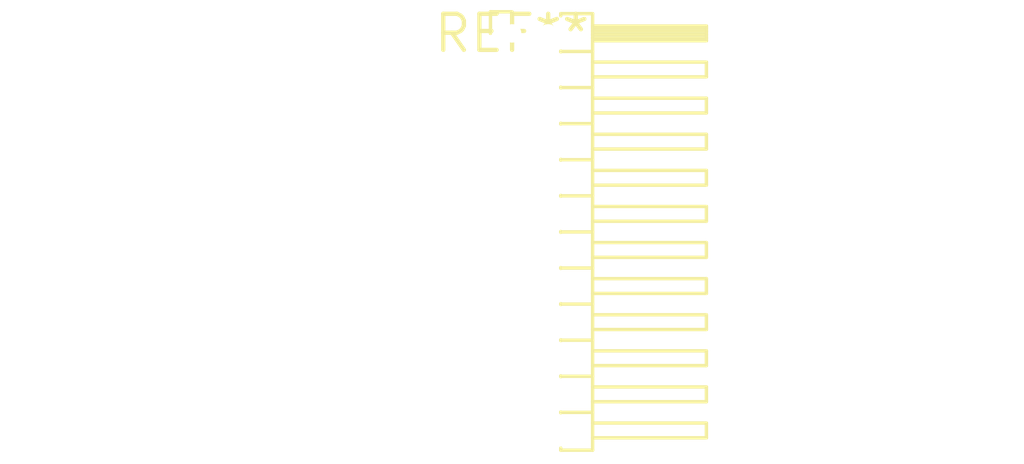
<source format=kicad_pcb>
(kicad_pcb (version 20240108) (generator pcbnew)
  (layers (0 "F.Cu" signal) (31 "B.Cu" signal) (34 "B.Paste" user) (35 "F.Paste" user) (36 "B.SilkS" user "B.Silkscreen") (37 "F.SilkS" user "F.Silkscreen") (38 "B.Mask" user) (39 "F.Mask" user) (44 "Edge.Cuts" user))
  (net 0 "")
  (footprint "PinHeader_2x12_P1.27mm_Horizontal" (layer "F.Cu") (at 0 0)
    (property "Reference" "REF**")
    (property "Value" "PinHeader_2x12_P1.27mm_Horizontal")
    (fp_line (start -0.76 -0.76) (end 0 -0.76) (layer "F.SilkS") (stroke (width 0.12)))
    (fp_line (start -0.76 0) (end -0.76 -0.76) (layer "F.SilkS") (stroke (width 0.12)))
    (fp_line (start 1.71 -0.695) (end 2.83 -0.695) (layer "F.SilkS") (stroke (width 0.12)))
    (fp_line (start 1.71 -0.619677) (end 1.71 -0.695) (layer "F.SilkS") (stroke (width 0.12)))
    (fp_line (start 1.71 0.619677) (end 1.71 0.650323) (layer "F.SilkS") (stroke (width 0.12)))
    (fp_line (start 1.71 0.635) (end 2.83 0.635) (layer "F.SilkS") (stroke (width 0.12)))
    (fp_line (start 1.71 1.889677) (end 1.71 1.920323) (layer "F.SilkS") (stroke (width 0.12)))
    (fp_line (start 1.71 1.905) (end 2.83 1.905) (layer "F.SilkS") (stroke (width 0.12)))
    (fp_line (start 1.71 3.159677) (end 1.71 3.190323) (layer "F.SilkS") (stroke (width 0.12)))
    (fp_line (start 1.71 3.175) (end 2.83 3.175) (layer "F.SilkS") (stroke (width 0.12)))
    (fp_line (start 1.71 4.429677) (end 1.71 4.460323) (layer "F.SilkS") (stroke (width 0.12)))
    (fp_line (start 1.71 4.445) (end 2.83 4.445) (layer "F.SilkS") (stroke (width 0.12)))
    (fp_line (start 1.71 5.699677) (end 1.71 5.730323) (layer "F.SilkS") (stroke (width 0.12)))
    (fp_line (start 1.71 5.715) (end 2.83 5.715) (layer "F.SilkS") (stroke (width 0.12)))
    (fp_line (start 1.71 6.969677) (end 1.71 7.000323) (layer "F.SilkS") (stroke (width 0.12)))
    (fp_line (start 1.71 6.985) (end 2.83 6.985) (layer "F.SilkS") (stroke (width 0.12)))
    (fp_line (start 1.71 8.239677) (end 1.71 8.270323) (layer "F.SilkS") (stroke (width 0.12)))
    (fp_line (start 1.71 8.255) (end 2.83 8.255) (layer "F.SilkS") (stroke (width 0.12)))
    (fp_line (start 1.71 9.509677) (end 1.71 9.540323) (layer "F.SilkS") (stroke (width 0.12)))
    (fp_line (start 1.71 9.525) (end 2.83 9.525) (layer "F.SilkS") (stroke (width 0.12)))
    (fp_line (start 1.71 10.779677) (end 1.71 10.810323) (layer "F.SilkS") (stroke (width 0.12)))
    (fp_line (start 1.71 10.795) (end 2.83 10.795) (layer "F.SilkS") (stroke (width 0.12)))
    (fp_line (start 1.71 12.049677) (end 1.71 12.080323) (layer "F.SilkS") (stroke (width 0.12)))
    (fp_line (start 1.71 12.065) (end 2.83 12.065) (layer "F.SilkS") (stroke (width 0.12)))
    (fp_line (start 1.71 13.319677) (end 1.71 13.350323) (layer "F.SilkS") (stroke (width 0.12)))
    (fp_line (start 1.71 13.335) (end 2.83 13.335) (layer "F.SilkS") (stroke (width 0.12)))
    (fp_line (start 1.71 14.665) (end 1.71 14.589677) (layer "F.SilkS") (stroke (width 0.12)))
    (fp_line (start 2.83 -0.695) (end 2.83 14.665) (layer "F.SilkS") (stroke (width 0.12)))
    (fp_line (start 2.83 -0.26) (end 6.83 -0.26) (layer "F.SilkS") (stroke (width 0.12)))
    (fp_line (start 2.83 -0.2) (end 6.83 -0.2) (layer "F.SilkS") (stroke (width 0.12)))
    (fp_line (start 2.83 -0.08) (end 6.83 -0.08) (layer "F.SilkS") (stroke (width 0.12)))
    (fp_line (start 2.83 0.04) (end 6.83 0.04) (layer "F.SilkS") (stroke (width 0.12)))
    (fp_line (start 2.83 0.16) (end 6.83 0.16) (layer "F.SilkS") (stroke (width 0.12)))
    (fp_line (start 2.83 1.01) (end 6.83 1.01) (layer "F.SilkS") (stroke (width 0.12)))
    (fp_line (start 2.83 2.28) (end 6.83 2.28) (layer "F.SilkS") (stroke (width 0.12)))
    (fp_line (start 2.83 3.55) (end 6.83 3.55) (layer "F.SilkS") (stroke (width 0.12)))
    (fp_line (start 2.83 4.82) (end 6.83 4.82) (layer "F.SilkS") (stroke (width 0.12)))
    (fp_line (start 2.83 6.09) (end 6.83 6.09) (layer "F.SilkS") (stroke (width 0.12)))
    (fp_line (start 2.83 7.36) (end 6.83 7.36) (layer "F.SilkS") (stroke (width 0.12)))
    (fp_line (start 2.83 8.63) (end 6.83 8.63) (layer "F.SilkS") (stroke (width 0.12)))
    (fp_line (start 2.83 9.9) (end 6.83 9.9) (layer "F.SilkS") (stroke (width 0.12)))
    (fp_line (start 2.83 11.17) (end 6.83 11.17) (layer "F.SilkS") (stroke (width 0.12)))
    (fp_line (start 2.83 12.44) (end 6.83 12.44) (layer "F.SilkS") (stroke (width 0.12)))
    (fp_line (start 2.83 13.71) (end 6.83 13.71) (layer "F.SilkS") (stroke (width 0.12)))
    (fp_line (start 2.83 14.665) (end 1.71 14.665) (layer "F.SilkS") (stroke (width 0.12)))
    (fp_line (start 6.83 -0.26) (end 6.83 0.26) (layer "F.SilkS") (stroke (width 0.12)))
    (fp_line (start 6.83 0.26) (end 2.83 0.26) (layer "F.SilkS") (stroke (width 0.12)))
    (fp_line (start 6.83 1.01) (end 6.83 1.53) (layer "F.SilkS") (stroke (width 0.12)))
    (fp_line (start 6.83 1.53) (end 2.83 1.53) (layer "F.SilkS") (stroke (width 0.12)))
    (fp_line (start 6.83 2.28) (end 6.83 2.8) (layer "F.SilkS") (stroke (width 0.12)))
    (fp_line (start 6.83 2.8) (end 2.83 2.8) (layer "F.SilkS") (stroke (width 0.12)))
    (fp_line (start 6.83 3.55) (end 6.83 4.07) (layer "F.SilkS") (stroke (width 0.12)))
    (fp_line (start 6.83 4.07) (end 2.83 4.07) (layer "F.SilkS") (stroke (width 0.12)))
    (fp_line (start 6.83 4.82) (end 6.83 5.34) (layer "F.SilkS") (stroke (width 0.12)))
    (fp_line (start 6.83 5.34) (end 2.83 5.34) (layer "F.SilkS") (stroke (width 0.12)))
    (fp_line (start 6.83 6.09) (end 6.83 6.61) (layer "F.SilkS") (stroke (width 0.12)))
    (fp_line (start 6.83 6.61) (end 2.83 6.61) (layer "F.SilkS") (stroke (width 0.12)))
    (fp_line (start 6.83 7.36) (end 6.83 7.88) (layer "F.SilkS") (stroke (width 0.12)))
    (fp_line (start 6.83 7.88) (end 2.83 7.88) (layer "F.SilkS") (stroke (width 0.12)))
    (fp_line (start 6.83 8.63) (end 6.83 9.15) (layer "F.SilkS") (stroke (width 0.12)))
    (fp_line (start 6.83 9.15) (end 2.83 9.15) (layer "F.SilkS") (stroke (width 0.12)))
    (fp_line (start 6.83 9.9) (end 6.83 10.42) (layer "F.SilkS") (stroke (width 0.12)))
    (fp_line (start 6.83 10.42) (end 2.83 10.42) (layer "F.SilkS") (stroke (width 0.12)))
    (fp_line (start 6.83 11.17) (end 6.83 11.69) (layer "F.SilkS") (stroke (width 0.12)))
    (fp_line (start 6.83 11.69) (end 2.83 11.69) (layer "F.SilkS") (stroke (width 0.12)))
    (fp_line (start 6.83 12.44) (end 6.83 12.96) (layer "F.SilkS") (stroke (width 0.12)))
    (fp_line (start 6.83 12.96) (end 2.83 12.96) (layer "F.SilkS") (stroke (width 0.12)))
    (fp_line (start 6.83 13.71) (end 6.83 14.23) (layer "F.SilkS") (stroke (width 0.12)))
    (fp_line (start 6.83 14.23) (end 2.83 14.23) (layer "F.SilkS") (stroke (width 0.12)))
    (pad "1" thru_hole rect (at 0 0) (size 1 1) (drill 0.65) (layers *.Cu *.Mask) (remove_unused_layers))
    (pad "2" thru_hole oval (at 1.27 0) (size 1 1) (drill 0.65) (layers *.Cu *.Mask) (remove_unused_layers))
    (pad "3" thru_hole oval (at 0 1.27) (size 1 1) (drill 0.65) (layers *.Cu *.Mask) (remove_unused_layers))
    (pad "4" thru_hole oval (at 1.27 1.27) (size 1 1) (drill 0.65) (layers *.Cu *.Mask) (remove_unused_layers))
    (pad "5" thru_hole oval (at 0 2.54) (size 1 1) (drill 0.65) (layers *.Cu *.Mask) (remove_unused_layers))
    (pad "6" thru_hole oval (at 1.27 2.54) (size 1 1) (drill 0.65) (layers *.Cu *.Mask) (remove_unused_layers))
    (pad "7" thru_hole oval (at 0 3.81) (size 1 1) (drill 0.65) (layers *.Cu *.Mask) (remove_unused_layers))
    (pad "8" thru_hole oval (at 1.27 3.81) (size 1 1) (drill 0.65) (layers *.Cu *.Mask) (remove_unused_layers))
    (pad "9" thru_hole oval (at 0 5.08) (size 1 1) (drill 0.65) (layers *.Cu *.Mask) (remove_unused_layers))
    (pad "10" thru_hole oval (at 1.27 5.08) (size 1 1) (drill 0.65) (layers *.Cu *.Mask) (remove_unused_layers))
    (pad "11" thru_hole oval (at 0 6.35) (size 1 1) (drill 0.65) (layers *.Cu *.Mask) (remove_unused_layers))
    (pad "12" thru_hole oval (at 1.27 6.35) (size 1 1) (drill 0.65) (layers *.Cu *.Mask) (remove_unused_layers))
    (pad "13" thru_hole oval (at 0 7.62) (size 1 1) (drill 0.65) (layers *.Cu *.Mask) (remove_unused_layers))
    (pad "14" thru_hole oval (at 1.27 7.62) (size 1 1) (drill 0.65) (layers *.Cu *.Mask) (remove_unused_layers))
    (pad "15" thru_hole oval (at 0 8.89) (size 1 1) (drill 0.65) (layers *.Cu *.Mask) (remove_unused_layers))
    (pad "16" thru_hole oval (at 1.27 8.89) (size 1 1) (drill 0.65) (layers *.Cu *.Mask) (remove_unused_layers))
    (pad "17" thru_hole oval (at 0 10.16) (size 1 1) (drill 0.65) (layers *.Cu *.Mask) (remove_unused_layers))
    (pad "18" thru_hole oval (at 1.27 10.16) (size 1 1) (drill 0.65) (layers *.Cu *.Mask) (remove_unused_layers))
    (pad "19" thru_hole oval (at 0 11.43) (size 1 1) (drill 0.65) (layers *.Cu *.Mask) (remove_unused_layers))
    (pad "20" thru_hole oval (at 1.27 11.43) (size 1 1) (drill 0.65) (layers *.Cu *.Mask) (remove_unused_layers))
    (pad "21" thru_hole oval (at 0 12.7) (size 1 1) (drill 0.65) (layers *.Cu *.Mask) (remove_unused_layers))
    (pad "22" thru_hole oval (at 1.27 12.7) (size 1 1) (drill 0.65) (layers *.Cu *.Mask) (remove_unused_layers))
    (pad "23" thru_hole oval (at 0 13.97) (size 1 1) (drill 0.65) (layers *.Cu *.Mask) (remove_unused_layers))
    (pad "24" thru_hole oval (at 1.27 13.97) (size 1 1) (drill 0.65) (layers *.Cu *.Mask) (remove_unused_layers))
  )
)
</source>
